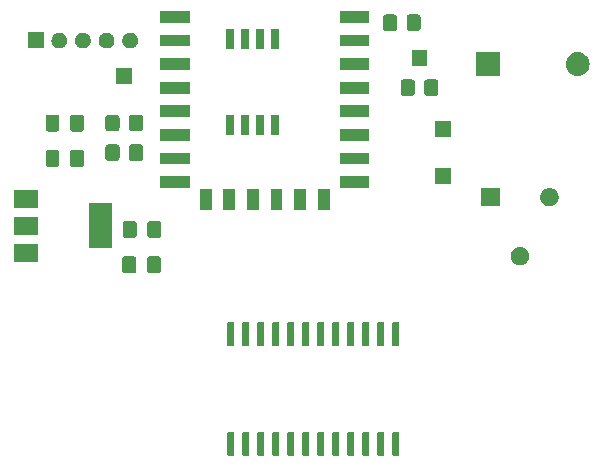
<source format=gbr>
%TF.GenerationSoftware,KiCad,Pcbnew,7.0.9*%
%TF.CreationDate,2024-01-16T21:18:43+00:00*%
%TF.ProjectId,egg-timer,6567672d-7469-46d6-9572-2e6b69636164,rev?*%
%TF.SameCoordinates,Original*%
%TF.FileFunction,Soldermask,Bot*%
%TF.FilePolarity,Negative*%
%FSLAX46Y46*%
G04 Gerber Fmt 4.6, Leading zero omitted, Abs format (unit mm)*
G04 Created by KiCad (PCBNEW 7.0.9) date 2024-01-16 21:18:43*
%MOMM*%
%LPD*%
G01*
G04 APERTURE LIST*
G04 APERTURE END LIST*
G36*
X119207403Y-113136418D02*
G01*
X119256066Y-113168934D01*
X119288582Y-113217597D01*
X119300000Y-113275000D01*
X119300000Y-115025000D01*
X119288582Y-115082403D01*
X119256066Y-115131066D01*
X119207403Y-115163582D01*
X119150000Y-115175000D01*
X118850000Y-115175000D01*
X118792597Y-115163582D01*
X118743934Y-115131066D01*
X118711418Y-115082403D01*
X118700000Y-115025000D01*
X118700000Y-113275000D01*
X118711418Y-113217597D01*
X118743934Y-113168934D01*
X118792597Y-113136418D01*
X118850000Y-113125000D01*
X119150000Y-113125000D01*
X119207403Y-113136418D01*
G37*
G36*
X120477403Y-113136418D02*
G01*
X120526066Y-113168934D01*
X120558582Y-113217597D01*
X120570000Y-113275000D01*
X120570000Y-115025000D01*
X120558582Y-115082403D01*
X120526066Y-115131066D01*
X120477403Y-115163582D01*
X120420000Y-115175000D01*
X120120000Y-115175000D01*
X120062597Y-115163582D01*
X120013934Y-115131066D01*
X119981418Y-115082403D01*
X119970000Y-115025000D01*
X119970000Y-113275000D01*
X119981418Y-113217597D01*
X120013934Y-113168934D01*
X120062597Y-113136418D01*
X120120000Y-113125000D01*
X120420000Y-113125000D01*
X120477403Y-113136418D01*
G37*
G36*
X121747403Y-113136418D02*
G01*
X121796066Y-113168934D01*
X121828582Y-113217597D01*
X121840000Y-113275000D01*
X121840000Y-115025000D01*
X121828582Y-115082403D01*
X121796066Y-115131066D01*
X121747403Y-115163582D01*
X121690000Y-115175000D01*
X121390000Y-115175000D01*
X121332597Y-115163582D01*
X121283934Y-115131066D01*
X121251418Y-115082403D01*
X121240000Y-115025000D01*
X121240000Y-113275000D01*
X121251418Y-113217597D01*
X121283934Y-113168934D01*
X121332597Y-113136418D01*
X121390000Y-113125000D01*
X121690000Y-113125000D01*
X121747403Y-113136418D01*
G37*
G36*
X123017403Y-113136418D02*
G01*
X123066066Y-113168934D01*
X123098582Y-113217597D01*
X123110000Y-113275000D01*
X123110000Y-115025000D01*
X123098582Y-115082403D01*
X123066066Y-115131066D01*
X123017403Y-115163582D01*
X122960000Y-115175000D01*
X122660000Y-115175000D01*
X122602597Y-115163582D01*
X122553934Y-115131066D01*
X122521418Y-115082403D01*
X122510000Y-115025000D01*
X122510000Y-113275000D01*
X122521418Y-113217597D01*
X122553934Y-113168934D01*
X122602597Y-113136418D01*
X122660000Y-113125000D01*
X122960000Y-113125000D01*
X123017403Y-113136418D01*
G37*
G36*
X124287403Y-113136418D02*
G01*
X124336066Y-113168934D01*
X124368582Y-113217597D01*
X124380000Y-113275000D01*
X124380000Y-115025000D01*
X124368582Y-115082403D01*
X124336066Y-115131066D01*
X124287403Y-115163582D01*
X124230000Y-115175000D01*
X123930000Y-115175000D01*
X123872597Y-115163582D01*
X123823934Y-115131066D01*
X123791418Y-115082403D01*
X123780000Y-115025000D01*
X123780000Y-113275000D01*
X123791418Y-113217597D01*
X123823934Y-113168934D01*
X123872597Y-113136418D01*
X123930000Y-113125000D01*
X124230000Y-113125000D01*
X124287403Y-113136418D01*
G37*
G36*
X125557403Y-113136418D02*
G01*
X125606066Y-113168934D01*
X125638582Y-113217597D01*
X125650000Y-113275000D01*
X125650000Y-115025000D01*
X125638582Y-115082403D01*
X125606066Y-115131066D01*
X125557403Y-115163582D01*
X125500000Y-115175000D01*
X125200000Y-115175000D01*
X125142597Y-115163582D01*
X125093934Y-115131066D01*
X125061418Y-115082403D01*
X125050000Y-115025000D01*
X125050000Y-113275000D01*
X125061418Y-113217597D01*
X125093934Y-113168934D01*
X125142597Y-113136418D01*
X125200000Y-113125000D01*
X125500000Y-113125000D01*
X125557403Y-113136418D01*
G37*
G36*
X126827403Y-113136418D02*
G01*
X126876066Y-113168934D01*
X126908582Y-113217597D01*
X126920000Y-113275000D01*
X126920000Y-115025000D01*
X126908582Y-115082403D01*
X126876066Y-115131066D01*
X126827403Y-115163582D01*
X126770000Y-115175000D01*
X126470000Y-115175000D01*
X126412597Y-115163582D01*
X126363934Y-115131066D01*
X126331418Y-115082403D01*
X126320000Y-115025000D01*
X126320000Y-113275000D01*
X126331418Y-113217597D01*
X126363934Y-113168934D01*
X126412597Y-113136418D01*
X126470000Y-113125000D01*
X126770000Y-113125000D01*
X126827403Y-113136418D01*
G37*
G36*
X128097403Y-113136418D02*
G01*
X128146066Y-113168934D01*
X128178582Y-113217597D01*
X128190000Y-113275000D01*
X128190000Y-115025000D01*
X128178582Y-115082403D01*
X128146066Y-115131066D01*
X128097403Y-115163582D01*
X128040000Y-115175000D01*
X127740000Y-115175000D01*
X127682597Y-115163582D01*
X127633934Y-115131066D01*
X127601418Y-115082403D01*
X127590000Y-115025000D01*
X127590000Y-113275000D01*
X127601418Y-113217597D01*
X127633934Y-113168934D01*
X127682597Y-113136418D01*
X127740000Y-113125000D01*
X128040000Y-113125000D01*
X128097403Y-113136418D01*
G37*
G36*
X129367403Y-113136418D02*
G01*
X129416066Y-113168934D01*
X129448582Y-113217597D01*
X129460000Y-113275000D01*
X129460000Y-115025000D01*
X129448582Y-115082403D01*
X129416066Y-115131066D01*
X129367403Y-115163582D01*
X129310000Y-115175000D01*
X129010000Y-115175000D01*
X128952597Y-115163582D01*
X128903934Y-115131066D01*
X128871418Y-115082403D01*
X128860000Y-115025000D01*
X128860000Y-113275000D01*
X128871418Y-113217597D01*
X128903934Y-113168934D01*
X128952597Y-113136418D01*
X129010000Y-113125000D01*
X129310000Y-113125000D01*
X129367403Y-113136418D01*
G37*
G36*
X130637403Y-113136418D02*
G01*
X130686066Y-113168934D01*
X130718582Y-113217597D01*
X130730000Y-113275000D01*
X130730000Y-115025000D01*
X130718582Y-115082403D01*
X130686066Y-115131066D01*
X130637403Y-115163582D01*
X130580000Y-115175000D01*
X130280000Y-115175000D01*
X130222597Y-115163582D01*
X130173934Y-115131066D01*
X130141418Y-115082403D01*
X130130000Y-115025000D01*
X130130000Y-113275000D01*
X130141418Y-113217597D01*
X130173934Y-113168934D01*
X130222597Y-113136418D01*
X130280000Y-113125000D01*
X130580000Y-113125000D01*
X130637403Y-113136418D01*
G37*
G36*
X131907403Y-113136418D02*
G01*
X131956066Y-113168934D01*
X131988582Y-113217597D01*
X132000000Y-113275000D01*
X132000000Y-115025000D01*
X131988582Y-115082403D01*
X131956066Y-115131066D01*
X131907403Y-115163582D01*
X131850000Y-115175000D01*
X131550000Y-115175000D01*
X131492597Y-115163582D01*
X131443934Y-115131066D01*
X131411418Y-115082403D01*
X131400000Y-115025000D01*
X131400000Y-113275000D01*
X131411418Y-113217597D01*
X131443934Y-113168934D01*
X131492597Y-113136418D01*
X131550000Y-113125000D01*
X131850000Y-113125000D01*
X131907403Y-113136418D01*
G37*
G36*
X133177403Y-113136418D02*
G01*
X133226066Y-113168934D01*
X133258582Y-113217597D01*
X133270000Y-113275000D01*
X133270000Y-115025000D01*
X133258582Y-115082403D01*
X133226066Y-115131066D01*
X133177403Y-115163582D01*
X133120000Y-115175000D01*
X132820000Y-115175000D01*
X132762597Y-115163582D01*
X132713934Y-115131066D01*
X132681418Y-115082403D01*
X132670000Y-115025000D01*
X132670000Y-113275000D01*
X132681418Y-113217597D01*
X132713934Y-113168934D01*
X132762597Y-113136418D01*
X132820000Y-113125000D01*
X133120000Y-113125000D01*
X133177403Y-113136418D01*
G37*
G36*
X119207403Y-103836418D02*
G01*
X119256066Y-103868934D01*
X119288582Y-103917597D01*
X119300000Y-103975000D01*
X119300000Y-105725000D01*
X119288582Y-105782403D01*
X119256066Y-105831066D01*
X119207403Y-105863582D01*
X119150000Y-105875000D01*
X118850000Y-105875000D01*
X118792597Y-105863582D01*
X118743934Y-105831066D01*
X118711418Y-105782403D01*
X118700000Y-105725000D01*
X118700000Y-103975000D01*
X118711418Y-103917597D01*
X118743934Y-103868934D01*
X118792597Y-103836418D01*
X118850000Y-103825000D01*
X119150000Y-103825000D01*
X119207403Y-103836418D01*
G37*
G36*
X120477403Y-103836418D02*
G01*
X120526066Y-103868934D01*
X120558582Y-103917597D01*
X120570000Y-103975000D01*
X120570000Y-105725000D01*
X120558582Y-105782403D01*
X120526066Y-105831066D01*
X120477403Y-105863582D01*
X120420000Y-105875000D01*
X120120000Y-105875000D01*
X120062597Y-105863582D01*
X120013934Y-105831066D01*
X119981418Y-105782403D01*
X119970000Y-105725000D01*
X119970000Y-103975000D01*
X119981418Y-103917597D01*
X120013934Y-103868934D01*
X120062597Y-103836418D01*
X120120000Y-103825000D01*
X120420000Y-103825000D01*
X120477403Y-103836418D01*
G37*
G36*
X121747403Y-103836418D02*
G01*
X121796066Y-103868934D01*
X121828582Y-103917597D01*
X121840000Y-103975000D01*
X121840000Y-105725000D01*
X121828582Y-105782403D01*
X121796066Y-105831066D01*
X121747403Y-105863582D01*
X121690000Y-105875000D01*
X121390000Y-105875000D01*
X121332597Y-105863582D01*
X121283934Y-105831066D01*
X121251418Y-105782403D01*
X121240000Y-105725000D01*
X121240000Y-103975000D01*
X121251418Y-103917597D01*
X121283934Y-103868934D01*
X121332597Y-103836418D01*
X121390000Y-103825000D01*
X121690000Y-103825000D01*
X121747403Y-103836418D01*
G37*
G36*
X123017403Y-103836418D02*
G01*
X123066066Y-103868934D01*
X123098582Y-103917597D01*
X123110000Y-103975000D01*
X123110000Y-105725000D01*
X123098582Y-105782403D01*
X123066066Y-105831066D01*
X123017403Y-105863582D01*
X122960000Y-105875000D01*
X122660000Y-105875000D01*
X122602597Y-105863582D01*
X122553934Y-105831066D01*
X122521418Y-105782403D01*
X122510000Y-105725000D01*
X122510000Y-103975000D01*
X122521418Y-103917597D01*
X122553934Y-103868934D01*
X122602597Y-103836418D01*
X122660000Y-103825000D01*
X122960000Y-103825000D01*
X123017403Y-103836418D01*
G37*
G36*
X124287403Y-103836418D02*
G01*
X124336066Y-103868934D01*
X124368582Y-103917597D01*
X124380000Y-103975000D01*
X124380000Y-105725000D01*
X124368582Y-105782403D01*
X124336066Y-105831066D01*
X124287403Y-105863582D01*
X124230000Y-105875000D01*
X123930000Y-105875000D01*
X123872597Y-105863582D01*
X123823934Y-105831066D01*
X123791418Y-105782403D01*
X123780000Y-105725000D01*
X123780000Y-103975000D01*
X123791418Y-103917597D01*
X123823934Y-103868934D01*
X123872597Y-103836418D01*
X123930000Y-103825000D01*
X124230000Y-103825000D01*
X124287403Y-103836418D01*
G37*
G36*
X125557403Y-103836418D02*
G01*
X125606066Y-103868934D01*
X125638582Y-103917597D01*
X125650000Y-103975000D01*
X125650000Y-105725000D01*
X125638582Y-105782403D01*
X125606066Y-105831066D01*
X125557403Y-105863582D01*
X125500000Y-105875000D01*
X125200000Y-105875000D01*
X125142597Y-105863582D01*
X125093934Y-105831066D01*
X125061418Y-105782403D01*
X125050000Y-105725000D01*
X125050000Y-103975000D01*
X125061418Y-103917597D01*
X125093934Y-103868934D01*
X125142597Y-103836418D01*
X125200000Y-103825000D01*
X125500000Y-103825000D01*
X125557403Y-103836418D01*
G37*
G36*
X126827403Y-103836418D02*
G01*
X126876066Y-103868934D01*
X126908582Y-103917597D01*
X126920000Y-103975000D01*
X126920000Y-105725000D01*
X126908582Y-105782403D01*
X126876066Y-105831066D01*
X126827403Y-105863582D01*
X126770000Y-105875000D01*
X126470000Y-105875000D01*
X126412597Y-105863582D01*
X126363934Y-105831066D01*
X126331418Y-105782403D01*
X126320000Y-105725000D01*
X126320000Y-103975000D01*
X126331418Y-103917597D01*
X126363934Y-103868934D01*
X126412597Y-103836418D01*
X126470000Y-103825000D01*
X126770000Y-103825000D01*
X126827403Y-103836418D01*
G37*
G36*
X128097403Y-103836418D02*
G01*
X128146066Y-103868934D01*
X128178582Y-103917597D01*
X128190000Y-103975000D01*
X128190000Y-105725000D01*
X128178582Y-105782403D01*
X128146066Y-105831066D01*
X128097403Y-105863582D01*
X128040000Y-105875000D01*
X127740000Y-105875000D01*
X127682597Y-105863582D01*
X127633934Y-105831066D01*
X127601418Y-105782403D01*
X127590000Y-105725000D01*
X127590000Y-103975000D01*
X127601418Y-103917597D01*
X127633934Y-103868934D01*
X127682597Y-103836418D01*
X127740000Y-103825000D01*
X128040000Y-103825000D01*
X128097403Y-103836418D01*
G37*
G36*
X129367403Y-103836418D02*
G01*
X129416066Y-103868934D01*
X129448582Y-103917597D01*
X129460000Y-103975000D01*
X129460000Y-105725000D01*
X129448582Y-105782403D01*
X129416066Y-105831066D01*
X129367403Y-105863582D01*
X129310000Y-105875000D01*
X129010000Y-105875000D01*
X128952597Y-105863582D01*
X128903934Y-105831066D01*
X128871418Y-105782403D01*
X128860000Y-105725000D01*
X128860000Y-103975000D01*
X128871418Y-103917597D01*
X128903934Y-103868934D01*
X128952597Y-103836418D01*
X129010000Y-103825000D01*
X129310000Y-103825000D01*
X129367403Y-103836418D01*
G37*
G36*
X130637403Y-103836418D02*
G01*
X130686066Y-103868934D01*
X130718582Y-103917597D01*
X130730000Y-103975000D01*
X130730000Y-105725000D01*
X130718582Y-105782403D01*
X130686066Y-105831066D01*
X130637403Y-105863582D01*
X130580000Y-105875000D01*
X130280000Y-105875000D01*
X130222597Y-105863582D01*
X130173934Y-105831066D01*
X130141418Y-105782403D01*
X130130000Y-105725000D01*
X130130000Y-103975000D01*
X130141418Y-103917597D01*
X130173934Y-103868934D01*
X130222597Y-103836418D01*
X130280000Y-103825000D01*
X130580000Y-103825000D01*
X130637403Y-103836418D01*
G37*
G36*
X131907403Y-103836418D02*
G01*
X131956066Y-103868934D01*
X131988582Y-103917597D01*
X132000000Y-103975000D01*
X132000000Y-105725000D01*
X131988582Y-105782403D01*
X131956066Y-105831066D01*
X131907403Y-105863582D01*
X131850000Y-105875000D01*
X131550000Y-105875000D01*
X131492597Y-105863582D01*
X131443934Y-105831066D01*
X131411418Y-105782403D01*
X131400000Y-105725000D01*
X131400000Y-103975000D01*
X131411418Y-103917597D01*
X131443934Y-103868934D01*
X131492597Y-103836418D01*
X131550000Y-103825000D01*
X131850000Y-103825000D01*
X131907403Y-103836418D01*
G37*
G36*
X133177403Y-103836418D02*
G01*
X133226066Y-103868934D01*
X133258582Y-103917597D01*
X133270000Y-103975000D01*
X133270000Y-105725000D01*
X133258582Y-105782403D01*
X133226066Y-105831066D01*
X133177403Y-105863582D01*
X133120000Y-105875000D01*
X132820000Y-105875000D01*
X132762597Y-105863582D01*
X132713934Y-105831066D01*
X132681418Y-105782403D01*
X132670000Y-105725000D01*
X132670000Y-103975000D01*
X132681418Y-103917597D01*
X132713934Y-103868934D01*
X132762597Y-103836418D01*
X132820000Y-103825000D01*
X133120000Y-103825000D01*
X133177403Y-103836418D01*
G37*
G36*
X110767350Y-98275964D02*
G01*
X110817540Y-98281787D01*
X110834689Y-98289359D01*
X110858171Y-98294030D01*
X110883310Y-98310827D01*
X110903196Y-98319608D01*
X110916777Y-98333189D01*
X110939277Y-98348223D01*
X110954310Y-98370722D01*
X110967891Y-98384303D01*
X110976670Y-98404186D01*
X110993470Y-98429329D01*
X110998141Y-98452812D01*
X111005712Y-98469959D01*
X111011533Y-98520139D01*
X111012500Y-98525000D01*
X111012500Y-99475000D01*
X111011532Y-99479863D01*
X111005712Y-99530040D01*
X110998141Y-99547185D01*
X110993470Y-99570671D01*
X110976669Y-99595815D01*
X110967891Y-99615696D01*
X110954312Y-99629274D01*
X110939277Y-99651777D01*
X110916774Y-99666812D01*
X110903196Y-99680391D01*
X110883315Y-99689169D01*
X110858171Y-99705970D01*
X110834685Y-99710641D01*
X110817540Y-99718212D01*
X110767361Y-99724032D01*
X110762500Y-99725000D01*
X110087500Y-99725000D01*
X110082638Y-99724032D01*
X110032459Y-99718212D01*
X110015312Y-99710641D01*
X109991829Y-99705970D01*
X109966686Y-99689170D01*
X109946803Y-99680391D01*
X109933222Y-99666810D01*
X109910723Y-99651777D01*
X109895689Y-99629277D01*
X109882108Y-99615696D01*
X109873327Y-99595810D01*
X109856530Y-99570671D01*
X109851859Y-99547189D01*
X109844287Y-99530040D01*
X109838464Y-99479849D01*
X109837500Y-99475000D01*
X109837500Y-98525000D01*
X109838464Y-98520150D01*
X109844287Y-98469959D01*
X109851859Y-98452808D01*
X109856530Y-98429329D01*
X109873326Y-98404191D01*
X109882108Y-98384303D01*
X109895691Y-98370719D01*
X109910723Y-98348223D01*
X109933219Y-98333191D01*
X109946803Y-98319608D01*
X109966691Y-98310826D01*
X109991829Y-98294030D01*
X110015308Y-98289359D01*
X110032459Y-98281787D01*
X110082651Y-98275964D01*
X110087500Y-98275000D01*
X110762500Y-98275000D01*
X110767350Y-98275964D01*
G37*
G36*
X112842350Y-98275964D02*
G01*
X112892540Y-98281787D01*
X112909689Y-98289359D01*
X112933171Y-98294030D01*
X112958310Y-98310827D01*
X112978196Y-98319608D01*
X112991777Y-98333189D01*
X113014277Y-98348223D01*
X113029310Y-98370722D01*
X113042891Y-98384303D01*
X113051670Y-98404186D01*
X113068470Y-98429329D01*
X113073141Y-98452812D01*
X113080712Y-98469959D01*
X113086533Y-98520139D01*
X113087500Y-98525000D01*
X113087500Y-99475000D01*
X113086532Y-99479863D01*
X113080712Y-99530040D01*
X113073141Y-99547185D01*
X113068470Y-99570671D01*
X113051669Y-99595815D01*
X113042891Y-99615696D01*
X113029312Y-99629274D01*
X113014277Y-99651777D01*
X112991774Y-99666812D01*
X112978196Y-99680391D01*
X112958315Y-99689169D01*
X112933171Y-99705970D01*
X112909685Y-99710641D01*
X112892540Y-99718212D01*
X112842361Y-99724032D01*
X112837500Y-99725000D01*
X112162500Y-99725000D01*
X112157638Y-99724032D01*
X112107459Y-99718212D01*
X112090312Y-99710641D01*
X112066829Y-99705970D01*
X112041686Y-99689170D01*
X112021803Y-99680391D01*
X112008222Y-99666810D01*
X111985723Y-99651777D01*
X111970689Y-99629277D01*
X111957108Y-99615696D01*
X111948327Y-99595810D01*
X111931530Y-99570671D01*
X111926859Y-99547189D01*
X111919287Y-99530040D01*
X111913464Y-99479849D01*
X111912500Y-99475000D01*
X111912500Y-98525000D01*
X111913464Y-98520150D01*
X111919287Y-98469959D01*
X111926859Y-98452808D01*
X111931530Y-98429329D01*
X111948326Y-98404191D01*
X111957108Y-98384303D01*
X111970691Y-98370719D01*
X111985723Y-98348223D01*
X112008219Y-98333191D01*
X112021803Y-98319608D01*
X112041691Y-98310826D01*
X112066829Y-98294030D01*
X112090308Y-98289359D01*
X112107459Y-98281787D01*
X112157651Y-98275964D01*
X112162500Y-98275000D01*
X112837500Y-98275000D01*
X112842350Y-98275964D01*
G37*
G36*
X143540844Y-97484602D02*
G01*
X143581498Y-97484602D01*
X143627359Y-97494349D01*
X143673566Y-97499556D01*
X143707161Y-97511311D01*
X143740930Y-97518489D01*
X143789594Y-97540155D01*
X143838429Y-97557244D01*
X143863851Y-97573217D01*
X143889838Y-97584788D01*
X143938290Y-97619990D01*
X143986322Y-97650171D01*
X144003571Y-97667420D01*
X144021699Y-97680591D01*
X144066513Y-97730362D01*
X144109829Y-97773678D01*
X144119792Y-97789534D01*
X144130765Y-97801721D01*
X144168307Y-97866746D01*
X144202756Y-97921571D01*
X144207056Y-97933861D01*
X144212264Y-97942881D01*
X144238934Y-98024961D01*
X144260444Y-98086434D01*
X144261259Y-98093671D01*
X144262632Y-98097896D01*
X144275075Y-98216290D01*
X144280000Y-98260000D01*
X144275074Y-98303713D01*
X144262632Y-98422103D01*
X144261259Y-98426326D01*
X144260444Y-98433566D01*
X144238929Y-98495051D01*
X144212264Y-98577118D01*
X144207057Y-98586135D01*
X144202756Y-98598429D01*
X144168300Y-98653264D01*
X144130765Y-98718278D01*
X144119794Y-98730462D01*
X144109829Y-98746322D01*
X144066504Y-98789646D01*
X144021699Y-98839408D01*
X144003575Y-98852575D01*
X143986322Y-98869829D01*
X143938280Y-98900015D01*
X143889838Y-98935211D01*
X143863856Y-98946778D01*
X143838429Y-98962756D01*
X143789583Y-98979847D01*
X143740930Y-99001510D01*
X143707167Y-99008686D01*
X143673566Y-99020444D01*
X143627357Y-99025650D01*
X143581498Y-99035398D01*
X143540844Y-99035398D01*
X143500000Y-99040000D01*
X143459156Y-99035398D01*
X143418502Y-99035398D01*
X143372642Y-99025650D01*
X143326434Y-99020444D01*
X143292833Y-99008686D01*
X143259069Y-99001510D01*
X143210411Y-98979846D01*
X143161571Y-98962756D01*
X143136145Y-98946780D01*
X143110161Y-98935211D01*
X143061712Y-98900010D01*
X143013678Y-98869829D01*
X142996427Y-98852578D01*
X142978300Y-98839408D01*
X142933485Y-98789636D01*
X142890171Y-98746322D01*
X142880207Y-98730465D01*
X142869234Y-98718278D01*
X142831687Y-98653245D01*
X142797244Y-98598429D01*
X142792943Y-98586140D01*
X142787735Y-98577118D01*
X142761056Y-98495011D01*
X142739556Y-98433566D01*
X142738740Y-98426331D01*
X142737367Y-98422103D01*
X142724910Y-98303581D01*
X142720000Y-98260000D01*
X142724910Y-98216422D01*
X142737367Y-98097896D01*
X142738741Y-98093667D01*
X142739556Y-98086434D01*
X142761051Y-98025001D01*
X142787735Y-97942881D01*
X142792944Y-97933857D01*
X142797244Y-97921571D01*
X142831680Y-97866765D01*
X142869234Y-97801721D01*
X142880209Y-97789530D01*
X142890171Y-97773678D01*
X142933476Y-97730372D01*
X142978300Y-97680591D01*
X142996430Y-97667418D01*
X143013678Y-97650171D01*
X143061707Y-97619992D01*
X143110162Y-97584788D01*
X143136148Y-97573217D01*
X143161571Y-97557244D01*
X143210405Y-97540155D01*
X143259070Y-97518489D01*
X143292838Y-97511311D01*
X143326434Y-97499556D01*
X143372640Y-97494349D01*
X143418502Y-97484602D01*
X143459156Y-97484602D01*
X143500000Y-97480000D01*
X143540844Y-97484602D01*
G37*
G36*
X102700000Y-98750000D02*
G01*
X100700000Y-98750000D01*
X100700000Y-97250000D01*
X102700000Y-97250000D01*
X102700000Y-98750000D01*
G37*
G36*
X109000000Y-97600000D02*
G01*
X107000000Y-97600000D01*
X107000000Y-93800000D01*
X109000000Y-93800000D01*
X109000000Y-97600000D01*
G37*
G36*
X110804850Y-95275964D02*
G01*
X110855040Y-95281787D01*
X110872189Y-95289359D01*
X110895671Y-95294030D01*
X110920810Y-95310827D01*
X110940696Y-95319608D01*
X110954277Y-95333189D01*
X110976777Y-95348223D01*
X110991810Y-95370722D01*
X111005391Y-95384303D01*
X111014170Y-95404186D01*
X111030970Y-95429329D01*
X111035641Y-95452812D01*
X111043212Y-95469959D01*
X111049033Y-95520139D01*
X111050000Y-95525000D01*
X111050000Y-96475000D01*
X111049032Y-96479863D01*
X111043212Y-96530040D01*
X111035641Y-96547185D01*
X111030970Y-96570671D01*
X111014169Y-96595815D01*
X111005391Y-96615696D01*
X110991812Y-96629274D01*
X110976777Y-96651777D01*
X110954274Y-96666812D01*
X110940696Y-96680391D01*
X110920815Y-96689169D01*
X110895671Y-96705970D01*
X110872185Y-96710641D01*
X110855040Y-96718212D01*
X110804861Y-96724032D01*
X110800000Y-96725000D01*
X110125000Y-96725000D01*
X110120138Y-96724032D01*
X110069959Y-96718212D01*
X110052812Y-96710641D01*
X110029329Y-96705970D01*
X110004186Y-96689170D01*
X109984303Y-96680391D01*
X109970722Y-96666810D01*
X109948223Y-96651777D01*
X109933189Y-96629277D01*
X109919608Y-96615696D01*
X109910827Y-96595810D01*
X109894030Y-96570671D01*
X109889359Y-96547189D01*
X109881787Y-96530040D01*
X109875964Y-96479849D01*
X109875000Y-96475000D01*
X109875000Y-95525000D01*
X109875964Y-95520150D01*
X109881787Y-95469959D01*
X109889359Y-95452808D01*
X109894030Y-95429329D01*
X109910826Y-95404191D01*
X109919608Y-95384303D01*
X109933191Y-95370719D01*
X109948223Y-95348223D01*
X109970719Y-95333191D01*
X109984303Y-95319608D01*
X110004191Y-95310826D01*
X110029329Y-95294030D01*
X110052808Y-95289359D01*
X110069959Y-95281787D01*
X110120151Y-95275964D01*
X110125000Y-95275000D01*
X110800000Y-95275000D01*
X110804850Y-95275964D01*
G37*
G36*
X112879850Y-95275964D02*
G01*
X112930040Y-95281787D01*
X112947189Y-95289359D01*
X112970671Y-95294030D01*
X112995810Y-95310827D01*
X113015696Y-95319608D01*
X113029277Y-95333189D01*
X113051777Y-95348223D01*
X113066810Y-95370722D01*
X113080391Y-95384303D01*
X113089170Y-95404186D01*
X113105970Y-95429329D01*
X113110641Y-95452812D01*
X113118212Y-95469959D01*
X113124033Y-95520139D01*
X113125000Y-95525000D01*
X113125000Y-96475000D01*
X113124032Y-96479863D01*
X113118212Y-96530040D01*
X113110641Y-96547185D01*
X113105970Y-96570671D01*
X113089169Y-96595815D01*
X113080391Y-96615696D01*
X113066812Y-96629274D01*
X113051777Y-96651777D01*
X113029274Y-96666812D01*
X113015696Y-96680391D01*
X112995815Y-96689169D01*
X112970671Y-96705970D01*
X112947185Y-96710641D01*
X112930040Y-96718212D01*
X112879861Y-96724032D01*
X112875000Y-96725000D01*
X112200000Y-96725000D01*
X112195138Y-96724032D01*
X112144959Y-96718212D01*
X112127812Y-96710641D01*
X112104329Y-96705970D01*
X112079186Y-96689170D01*
X112059303Y-96680391D01*
X112045722Y-96666810D01*
X112023223Y-96651777D01*
X112008189Y-96629277D01*
X111994608Y-96615696D01*
X111985827Y-96595810D01*
X111969030Y-96570671D01*
X111964359Y-96547189D01*
X111956787Y-96530040D01*
X111950964Y-96479849D01*
X111950000Y-96475000D01*
X111950000Y-95525000D01*
X111950964Y-95520150D01*
X111956787Y-95469959D01*
X111964359Y-95452808D01*
X111969030Y-95429329D01*
X111985826Y-95404191D01*
X111994608Y-95384303D01*
X112008191Y-95370719D01*
X112023223Y-95348223D01*
X112045719Y-95333191D01*
X112059303Y-95319608D01*
X112079191Y-95310826D01*
X112104329Y-95294030D01*
X112127808Y-95289359D01*
X112144959Y-95281787D01*
X112195151Y-95275964D01*
X112200000Y-95275000D01*
X112875000Y-95275000D01*
X112879850Y-95275964D01*
G37*
G36*
X102700000Y-96450000D02*
G01*
X100700000Y-96450000D01*
X100700000Y-94950000D01*
X102700000Y-94950000D01*
X102700000Y-96450000D01*
G37*
G36*
X117400000Y-94400000D02*
G01*
X116400000Y-94400000D01*
X116400000Y-92600000D01*
X117400000Y-92600000D01*
X117400000Y-94400000D01*
G37*
G36*
X119400000Y-94400000D02*
G01*
X118400000Y-94400000D01*
X118400000Y-92600000D01*
X119400000Y-92600000D01*
X119400000Y-94400000D01*
G37*
G36*
X121400000Y-94400000D02*
G01*
X120400000Y-94400000D01*
X120400000Y-92600000D01*
X121400000Y-92600000D01*
X121400000Y-94400000D01*
G37*
G36*
X123400000Y-94400000D02*
G01*
X122400000Y-94400000D01*
X122400000Y-92600000D01*
X123400000Y-92600000D01*
X123400000Y-94400000D01*
G37*
G36*
X125400000Y-94400000D02*
G01*
X124400000Y-94400000D01*
X124400000Y-92600000D01*
X125400000Y-92600000D01*
X125400000Y-94400000D01*
G37*
G36*
X127400000Y-94400000D02*
G01*
X126400000Y-94400000D01*
X126400000Y-92600000D01*
X127400000Y-92600000D01*
X127400000Y-94400000D01*
G37*
G36*
X102700000Y-94150000D02*
G01*
X100700000Y-94150000D01*
X100700000Y-92650000D01*
X102700000Y-92650000D01*
X102700000Y-94150000D01*
G37*
G36*
X141780000Y-94040000D02*
G01*
X140220000Y-94040000D01*
X140220000Y-92480000D01*
X141780000Y-92480000D01*
X141780000Y-94040000D01*
G37*
G36*
X146040844Y-92484602D02*
G01*
X146081498Y-92484602D01*
X146127359Y-92494349D01*
X146173566Y-92499556D01*
X146207161Y-92511311D01*
X146240930Y-92518489D01*
X146289594Y-92540155D01*
X146338429Y-92557244D01*
X146363851Y-92573217D01*
X146389838Y-92584788D01*
X146438290Y-92619990D01*
X146486322Y-92650171D01*
X146503571Y-92667420D01*
X146521699Y-92680591D01*
X146566513Y-92730362D01*
X146609829Y-92773678D01*
X146619792Y-92789534D01*
X146630765Y-92801721D01*
X146668307Y-92866746D01*
X146702756Y-92921571D01*
X146707056Y-92933861D01*
X146712264Y-92942881D01*
X146738934Y-93024961D01*
X146760444Y-93086434D01*
X146761259Y-93093671D01*
X146762632Y-93097896D01*
X146775075Y-93216290D01*
X146780000Y-93260000D01*
X146775074Y-93303713D01*
X146762632Y-93422103D01*
X146761259Y-93426326D01*
X146760444Y-93433566D01*
X146738929Y-93495051D01*
X146712264Y-93577118D01*
X146707057Y-93586135D01*
X146702756Y-93598429D01*
X146668300Y-93653264D01*
X146630765Y-93718278D01*
X146619794Y-93730462D01*
X146609829Y-93746322D01*
X146566504Y-93789646D01*
X146521699Y-93839408D01*
X146503575Y-93852575D01*
X146486322Y-93869829D01*
X146438280Y-93900015D01*
X146389838Y-93935211D01*
X146363856Y-93946778D01*
X146338429Y-93962756D01*
X146289583Y-93979847D01*
X146240930Y-94001510D01*
X146207167Y-94008686D01*
X146173566Y-94020444D01*
X146127357Y-94025650D01*
X146081498Y-94035398D01*
X146040844Y-94035398D01*
X146000000Y-94040000D01*
X145959156Y-94035398D01*
X145918502Y-94035398D01*
X145872642Y-94025650D01*
X145826434Y-94020444D01*
X145792833Y-94008686D01*
X145759069Y-94001510D01*
X145710411Y-93979846D01*
X145661571Y-93962756D01*
X145636145Y-93946780D01*
X145610161Y-93935211D01*
X145561712Y-93900010D01*
X145513678Y-93869829D01*
X145496427Y-93852578D01*
X145478300Y-93839408D01*
X145433485Y-93789636D01*
X145390171Y-93746322D01*
X145380207Y-93730465D01*
X145369234Y-93718278D01*
X145331687Y-93653245D01*
X145297244Y-93598429D01*
X145292943Y-93586140D01*
X145287735Y-93577118D01*
X145261056Y-93495011D01*
X145239556Y-93433566D01*
X145238740Y-93426331D01*
X145237367Y-93422103D01*
X145224910Y-93303581D01*
X145220000Y-93260000D01*
X145224910Y-93216422D01*
X145237367Y-93097896D01*
X145238741Y-93093667D01*
X145239556Y-93086434D01*
X145261051Y-93025001D01*
X145287735Y-92942881D01*
X145292944Y-92933857D01*
X145297244Y-92921571D01*
X145331680Y-92866765D01*
X145369234Y-92801721D01*
X145380209Y-92789530D01*
X145390171Y-92773678D01*
X145433476Y-92730372D01*
X145478300Y-92680591D01*
X145496430Y-92667418D01*
X145513678Y-92650171D01*
X145561707Y-92619992D01*
X145610162Y-92584788D01*
X145636148Y-92573217D01*
X145661571Y-92557244D01*
X145710405Y-92540155D01*
X145759070Y-92518489D01*
X145792838Y-92511311D01*
X145826434Y-92499556D01*
X145872640Y-92494349D01*
X145918502Y-92484602D01*
X145959156Y-92484602D01*
X146000000Y-92480000D01*
X146040844Y-92484602D01*
G37*
G36*
X115550000Y-92500000D02*
G01*
X113050000Y-92500000D01*
X113050000Y-91500000D01*
X115550000Y-91500000D01*
X115550000Y-92500000D01*
G37*
G36*
X130750000Y-92500000D02*
G01*
X128250000Y-92500000D01*
X128250000Y-91500000D01*
X130750000Y-91500000D01*
X130750000Y-92500000D01*
G37*
G36*
X137675000Y-92175000D02*
G01*
X136325000Y-92175000D01*
X136325000Y-90825000D01*
X137675000Y-90825000D01*
X137675000Y-92175000D01*
G37*
G36*
X104267350Y-89275964D02*
G01*
X104317540Y-89281787D01*
X104334689Y-89289359D01*
X104358171Y-89294030D01*
X104383310Y-89310827D01*
X104403196Y-89319608D01*
X104416777Y-89333189D01*
X104439277Y-89348223D01*
X104454310Y-89370722D01*
X104467891Y-89384303D01*
X104476670Y-89404186D01*
X104493470Y-89429329D01*
X104498141Y-89452812D01*
X104505712Y-89469959D01*
X104511533Y-89520139D01*
X104512500Y-89525000D01*
X104512500Y-90475000D01*
X104511532Y-90479863D01*
X104505712Y-90530040D01*
X104498141Y-90547185D01*
X104493470Y-90570671D01*
X104476669Y-90595815D01*
X104467891Y-90615696D01*
X104454312Y-90629274D01*
X104439277Y-90651777D01*
X104416774Y-90666812D01*
X104403196Y-90680391D01*
X104383315Y-90689169D01*
X104358171Y-90705970D01*
X104334685Y-90710641D01*
X104317540Y-90718212D01*
X104267361Y-90724032D01*
X104262500Y-90725000D01*
X103587500Y-90725000D01*
X103582638Y-90724032D01*
X103532459Y-90718212D01*
X103515312Y-90710641D01*
X103491829Y-90705970D01*
X103466686Y-90689170D01*
X103446803Y-90680391D01*
X103433222Y-90666810D01*
X103410723Y-90651777D01*
X103395689Y-90629277D01*
X103382108Y-90615696D01*
X103373327Y-90595810D01*
X103356530Y-90570671D01*
X103351859Y-90547189D01*
X103344287Y-90530040D01*
X103338464Y-90479849D01*
X103337500Y-90475000D01*
X103337500Y-89525000D01*
X103338464Y-89520150D01*
X103344287Y-89469959D01*
X103351859Y-89452808D01*
X103356530Y-89429329D01*
X103373326Y-89404191D01*
X103382108Y-89384303D01*
X103395691Y-89370719D01*
X103410723Y-89348223D01*
X103433219Y-89333191D01*
X103446803Y-89319608D01*
X103466691Y-89310826D01*
X103491829Y-89294030D01*
X103515308Y-89289359D01*
X103532459Y-89281787D01*
X103582651Y-89275964D01*
X103587500Y-89275000D01*
X104262500Y-89275000D01*
X104267350Y-89275964D01*
G37*
G36*
X106342350Y-89275964D02*
G01*
X106392540Y-89281787D01*
X106409689Y-89289359D01*
X106433171Y-89294030D01*
X106458310Y-89310827D01*
X106478196Y-89319608D01*
X106491777Y-89333189D01*
X106514277Y-89348223D01*
X106529310Y-89370722D01*
X106542891Y-89384303D01*
X106551670Y-89404186D01*
X106568470Y-89429329D01*
X106573141Y-89452812D01*
X106580712Y-89469959D01*
X106586533Y-89520139D01*
X106587500Y-89525000D01*
X106587500Y-90475000D01*
X106586532Y-90479863D01*
X106580712Y-90530040D01*
X106573141Y-90547185D01*
X106568470Y-90570671D01*
X106551669Y-90595815D01*
X106542891Y-90615696D01*
X106529312Y-90629274D01*
X106514277Y-90651777D01*
X106491774Y-90666812D01*
X106478196Y-90680391D01*
X106458315Y-90689169D01*
X106433171Y-90705970D01*
X106409685Y-90710641D01*
X106392540Y-90718212D01*
X106342361Y-90724032D01*
X106337500Y-90725000D01*
X105662500Y-90725000D01*
X105657638Y-90724032D01*
X105607459Y-90718212D01*
X105590312Y-90710641D01*
X105566829Y-90705970D01*
X105541686Y-90689170D01*
X105521803Y-90680391D01*
X105508222Y-90666810D01*
X105485723Y-90651777D01*
X105470689Y-90629277D01*
X105457108Y-90615696D01*
X105448327Y-90595810D01*
X105431530Y-90570671D01*
X105426859Y-90547189D01*
X105419287Y-90530040D01*
X105413464Y-90479849D01*
X105412500Y-90475000D01*
X105412500Y-89525000D01*
X105413464Y-89520150D01*
X105419287Y-89469959D01*
X105426859Y-89452808D01*
X105431530Y-89429329D01*
X105448326Y-89404191D01*
X105457108Y-89384303D01*
X105470691Y-89370719D01*
X105485723Y-89348223D01*
X105508219Y-89333191D01*
X105521803Y-89319608D01*
X105541691Y-89310826D01*
X105566829Y-89294030D01*
X105590308Y-89289359D01*
X105607459Y-89281787D01*
X105657651Y-89275964D01*
X105662500Y-89275000D01*
X106337500Y-89275000D01*
X106342350Y-89275964D01*
G37*
G36*
X115550000Y-90500000D02*
G01*
X113050000Y-90500000D01*
X113050000Y-89500000D01*
X115550000Y-89500000D01*
X115550000Y-90500000D01*
G37*
G36*
X130750000Y-90500000D02*
G01*
X128250000Y-90500000D01*
X128250000Y-89500000D01*
X130750000Y-89500000D01*
X130750000Y-90500000D01*
G37*
G36*
X109354850Y-88800964D02*
G01*
X109405040Y-88806787D01*
X109422189Y-88814359D01*
X109445671Y-88819030D01*
X109470810Y-88835827D01*
X109490696Y-88844608D01*
X109504277Y-88858189D01*
X109526777Y-88873223D01*
X109541810Y-88895722D01*
X109555391Y-88909303D01*
X109564170Y-88929186D01*
X109580970Y-88954329D01*
X109585641Y-88977812D01*
X109593212Y-88994959D01*
X109599033Y-89045139D01*
X109600000Y-89050000D01*
X109600000Y-89950000D01*
X109599032Y-89954863D01*
X109593212Y-90005040D01*
X109585641Y-90022185D01*
X109580970Y-90045671D01*
X109564169Y-90070815D01*
X109555391Y-90090696D01*
X109541812Y-90104274D01*
X109526777Y-90126777D01*
X109504274Y-90141812D01*
X109490696Y-90155391D01*
X109470815Y-90164169D01*
X109445671Y-90180970D01*
X109422185Y-90185641D01*
X109405040Y-90193212D01*
X109354861Y-90199032D01*
X109350000Y-90200000D01*
X108650000Y-90200000D01*
X108645138Y-90199032D01*
X108594959Y-90193212D01*
X108577812Y-90185641D01*
X108554329Y-90180970D01*
X108529186Y-90164170D01*
X108509303Y-90155391D01*
X108495722Y-90141810D01*
X108473223Y-90126777D01*
X108458189Y-90104277D01*
X108444608Y-90090696D01*
X108435827Y-90070810D01*
X108419030Y-90045671D01*
X108414359Y-90022189D01*
X108406787Y-90005040D01*
X108400964Y-89954849D01*
X108400000Y-89950000D01*
X108400000Y-89050000D01*
X108400964Y-89045150D01*
X108406787Y-88994959D01*
X108414359Y-88977808D01*
X108419030Y-88954329D01*
X108435826Y-88929191D01*
X108444608Y-88909303D01*
X108458191Y-88895719D01*
X108473223Y-88873223D01*
X108495719Y-88858191D01*
X108509303Y-88844608D01*
X108529191Y-88835826D01*
X108554329Y-88819030D01*
X108577808Y-88814359D01*
X108594959Y-88806787D01*
X108645151Y-88800964D01*
X108650000Y-88800000D01*
X109350000Y-88800000D01*
X109354850Y-88800964D01*
G37*
G36*
X111354850Y-88800964D02*
G01*
X111405040Y-88806787D01*
X111422189Y-88814359D01*
X111445671Y-88819030D01*
X111470810Y-88835827D01*
X111490696Y-88844608D01*
X111504277Y-88858189D01*
X111526777Y-88873223D01*
X111541810Y-88895722D01*
X111555391Y-88909303D01*
X111564170Y-88929186D01*
X111580970Y-88954329D01*
X111585641Y-88977812D01*
X111593212Y-88994959D01*
X111599033Y-89045139D01*
X111600000Y-89050000D01*
X111600000Y-89950000D01*
X111599032Y-89954863D01*
X111593212Y-90005040D01*
X111585641Y-90022185D01*
X111580970Y-90045671D01*
X111564169Y-90070815D01*
X111555391Y-90090696D01*
X111541812Y-90104274D01*
X111526777Y-90126777D01*
X111504274Y-90141812D01*
X111490696Y-90155391D01*
X111470815Y-90164169D01*
X111445671Y-90180970D01*
X111422185Y-90185641D01*
X111405040Y-90193212D01*
X111354861Y-90199032D01*
X111350000Y-90200000D01*
X110650000Y-90200000D01*
X110645138Y-90199032D01*
X110594959Y-90193212D01*
X110577812Y-90185641D01*
X110554329Y-90180970D01*
X110529186Y-90164170D01*
X110509303Y-90155391D01*
X110495722Y-90141810D01*
X110473223Y-90126777D01*
X110458189Y-90104277D01*
X110444608Y-90090696D01*
X110435827Y-90070810D01*
X110419030Y-90045671D01*
X110414359Y-90022189D01*
X110406787Y-90005040D01*
X110400964Y-89954849D01*
X110400000Y-89950000D01*
X110400000Y-89050000D01*
X110400964Y-89045150D01*
X110406787Y-88994959D01*
X110414359Y-88977808D01*
X110419030Y-88954329D01*
X110435826Y-88929191D01*
X110444608Y-88909303D01*
X110458191Y-88895719D01*
X110473223Y-88873223D01*
X110495719Y-88858191D01*
X110509303Y-88844608D01*
X110529191Y-88835826D01*
X110554329Y-88819030D01*
X110577808Y-88814359D01*
X110594959Y-88806787D01*
X110645151Y-88800964D01*
X110650000Y-88800000D01*
X111350000Y-88800000D01*
X111354850Y-88800964D01*
G37*
G36*
X115550000Y-88500000D02*
G01*
X113050000Y-88500000D01*
X113050000Y-87500000D01*
X115550000Y-87500000D01*
X115550000Y-88500000D01*
G37*
G36*
X130750000Y-88500000D02*
G01*
X128250000Y-88500000D01*
X128250000Y-87500000D01*
X130750000Y-87500000D01*
X130750000Y-88500000D01*
G37*
G36*
X137675000Y-88175000D02*
G01*
X136325000Y-88175000D01*
X136325000Y-86825000D01*
X137675000Y-86825000D01*
X137675000Y-88175000D01*
G37*
G36*
X119285000Y-88000000D02*
G01*
X118635000Y-88000000D01*
X118635000Y-86300000D01*
X119285000Y-86300000D01*
X119285000Y-88000000D01*
G37*
G36*
X120555000Y-88000000D02*
G01*
X119905000Y-88000000D01*
X119905000Y-86300000D01*
X120555000Y-86300000D01*
X120555000Y-88000000D01*
G37*
G36*
X121825000Y-88000000D02*
G01*
X121175000Y-88000000D01*
X121175000Y-86300000D01*
X121825000Y-86300000D01*
X121825000Y-88000000D01*
G37*
G36*
X123095000Y-88000000D02*
G01*
X122445000Y-88000000D01*
X122445000Y-86300000D01*
X123095000Y-86300000D01*
X123095000Y-88000000D01*
G37*
G36*
X104267350Y-86275964D02*
G01*
X104317540Y-86281787D01*
X104334689Y-86289359D01*
X104358171Y-86294030D01*
X104383310Y-86310827D01*
X104403196Y-86319608D01*
X104416777Y-86333189D01*
X104439277Y-86348223D01*
X104454310Y-86370722D01*
X104467891Y-86384303D01*
X104476670Y-86404186D01*
X104493470Y-86429329D01*
X104498141Y-86452812D01*
X104505712Y-86469959D01*
X104511533Y-86520139D01*
X104512500Y-86525000D01*
X104512500Y-87475000D01*
X104511532Y-87479863D01*
X104505712Y-87530040D01*
X104498141Y-87547185D01*
X104493470Y-87570671D01*
X104476669Y-87595815D01*
X104467891Y-87615696D01*
X104454312Y-87629274D01*
X104439277Y-87651777D01*
X104416774Y-87666812D01*
X104403196Y-87680391D01*
X104383315Y-87689169D01*
X104358171Y-87705970D01*
X104334685Y-87710641D01*
X104317540Y-87718212D01*
X104267361Y-87724032D01*
X104262500Y-87725000D01*
X103587500Y-87725000D01*
X103582638Y-87724032D01*
X103532459Y-87718212D01*
X103515312Y-87710641D01*
X103491829Y-87705970D01*
X103466686Y-87689170D01*
X103446803Y-87680391D01*
X103433222Y-87666810D01*
X103410723Y-87651777D01*
X103395689Y-87629277D01*
X103382108Y-87615696D01*
X103373327Y-87595810D01*
X103356530Y-87570671D01*
X103351859Y-87547189D01*
X103344287Y-87530040D01*
X103338464Y-87479849D01*
X103337500Y-87475000D01*
X103337500Y-86525000D01*
X103338464Y-86520150D01*
X103344287Y-86469959D01*
X103351859Y-86452808D01*
X103356530Y-86429329D01*
X103373326Y-86404191D01*
X103382108Y-86384303D01*
X103395691Y-86370719D01*
X103410723Y-86348223D01*
X103433219Y-86333191D01*
X103446803Y-86319608D01*
X103466691Y-86310826D01*
X103491829Y-86294030D01*
X103515308Y-86289359D01*
X103532459Y-86281787D01*
X103582651Y-86275964D01*
X103587500Y-86275000D01*
X104262500Y-86275000D01*
X104267350Y-86275964D01*
G37*
G36*
X106342350Y-86275964D02*
G01*
X106392540Y-86281787D01*
X106409689Y-86289359D01*
X106433171Y-86294030D01*
X106458310Y-86310827D01*
X106478196Y-86319608D01*
X106491777Y-86333189D01*
X106514277Y-86348223D01*
X106529310Y-86370722D01*
X106542891Y-86384303D01*
X106551670Y-86404186D01*
X106568470Y-86429329D01*
X106573141Y-86452812D01*
X106580712Y-86469959D01*
X106586533Y-86520139D01*
X106587500Y-86525000D01*
X106587500Y-87475000D01*
X106586532Y-87479863D01*
X106580712Y-87530040D01*
X106573141Y-87547185D01*
X106568470Y-87570671D01*
X106551669Y-87595815D01*
X106542891Y-87615696D01*
X106529312Y-87629274D01*
X106514277Y-87651777D01*
X106491774Y-87666812D01*
X106478196Y-87680391D01*
X106458315Y-87689169D01*
X106433171Y-87705970D01*
X106409685Y-87710641D01*
X106392540Y-87718212D01*
X106342361Y-87724032D01*
X106337500Y-87725000D01*
X105662500Y-87725000D01*
X105657638Y-87724032D01*
X105607459Y-87718212D01*
X105590312Y-87710641D01*
X105566829Y-87705970D01*
X105541686Y-87689170D01*
X105521803Y-87680391D01*
X105508222Y-87666810D01*
X105485723Y-87651777D01*
X105470689Y-87629277D01*
X105457108Y-87615696D01*
X105448327Y-87595810D01*
X105431530Y-87570671D01*
X105426859Y-87547189D01*
X105419287Y-87530040D01*
X105413464Y-87479849D01*
X105412500Y-87475000D01*
X105412500Y-86525000D01*
X105413464Y-86520150D01*
X105419287Y-86469959D01*
X105426859Y-86452808D01*
X105431530Y-86429329D01*
X105448326Y-86404191D01*
X105457108Y-86384303D01*
X105470691Y-86370719D01*
X105485723Y-86348223D01*
X105508219Y-86333191D01*
X105521803Y-86319608D01*
X105541691Y-86310826D01*
X105566829Y-86294030D01*
X105590308Y-86289359D01*
X105607459Y-86281787D01*
X105657651Y-86275964D01*
X105662500Y-86275000D01*
X106337500Y-86275000D01*
X106342350Y-86275964D01*
G37*
G36*
X109354850Y-86300964D02*
G01*
X109405040Y-86306787D01*
X109422189Y-86314359D01*
X109445671Y-86319030D01*
X109470810Y-86335827D01*
X109490696Y-86344608D01*
X109504277Y-86358189D01*
X109526777Y-86373223D01*
X109541810Y-86395722D01*
X109555391Y-86409303D01*
X109564170Y-86429186D01*
X109580970Y-86454329D01*
X109585641Y-86477812D01*
X109593212Y-86494959D01*
X109599033Y-86545139D01*
X109600000Y-86550000D01*
X109600000Y-87450000D01*
X109599032Y-87454863D01*
X109593212Y-87505040D01*
X109585641Y-87522185D01*
X109580970Y-87545671D01*
X109564169Y-87570815D01*
X109555391Y-87590696D01*
X109541812Y-87604274D01*
X109526777Y-87626777D01*
X109504274Y-87641812D01*
X109490696Y-87655391D01*
X109470815Y-87664169D01*
X109445671Y-87680970D01*
X109422185Y-87685641D01*
X109405040Y-87693212D01*
X109354861Y-87699032D01*
X109350000Y-87700000D01*
X108650000Y-87700000D01*
X108645138Y-87699032D01*
X108594959Y-87693212D01*
X108577812Y-87685641D01*
X108554329Y-87680970D01*
X108529186Y-87664170D01*
X108509303Y-87655391D01*
X108495722Y-87641810D01*
X108473223Y-87626777D01*
X108458189Y-87604277D01*
X108444608Y-87590696D01*
X108435827Y-87570810D01*
X108419030Y-87545671D01*
X108414359Y-87522189D01*
X108406787Y-87505040D01*
X108400964Y-87454849D01*
X108400000Y-87450000D01*
X108400000Y-86550000D01*
X108400964Y-86545150D01*
X108406787Y-86494959D01*
X108414359Y-86477808D01*
X108419030Y-86454329D01*
X108435826Y-86429191D01*
X108444608Y-86409303D01*
X108458191Y-86395719D01*
X108473223Y-86373223D01*
X108495719Y-86358191D01*
X108509303Y-86344608D01*
X108529191Y-86335826D01*
X108554329Y-86319030D01*
X108577808Y-86314359D01*
X108594959Y-86306787D01*
X108645151Y-86300964D01*
X108650000Y-86300000D01*
X109350000Y-86300000D01*
X109354850Y-86300964D01*
G37*
G36*
X111354850Y-86300964D02*
G01*
X111405040Y-86306787D01*
X111422189Y-86314359D01*
X111445671Y-86319030D01*
X111470810Y-86335827D01*
X111490696Y-86344608D01*
X111504277Y-86358189D01*
X111526777Y-86373223D01*
X111541810Y-86395722D01*
X111555391Y-86409303D01*
X111564170Y-86429186D01*
X111580970Y-86454329D01*
X111585641Y-86477812D01*
X111593212Y-86494959D01*
X111599033Y-86545139D01*
X111600000Y-86550000D01*
X111600000Y-87450000D01*
X111599032Y-87454863D01*
X111593212Y-87505040D01*
X111585641Y-87522185D01*
X111580970Y-87545671D01*
X111564169Y-87570815D01*
X111555391Y-87590696D01*
X111541812Y-87604274D01*
X111526777Y-87626777D01*
X111504274Y-87641812D01*
X111490696Y-87655391D01*
X111470815Y-87664169D01*
X111445671Y-87680970D01*
X111422185Y-87685641D01*
X111405040Y-87693212D01*
X111354861Y-87699032D01*
X111350000Y-87700000D01*
X110650000Y-87700000D01*
X110645138Y-87699032D01*
X110594959Y-87693212D01*
X110577812Y-87685641D01*
X110554329Y-87680970D01*
X110529186Y-87664170D01*
X110509303Y-87655391D01*
X110495722Y-87641810D01*
X110473223Y-87626777D01*
X110458189Y-87604277D01*
X110444608Y-87590696D01*
X110435827Y-87570810D01*
X110419030Y-87545671D01*
X110414359Y-87522189D01*
X110406787Y-87505040D01*
X110400964Y-87454849D01*
X110400000Y-87450000D01*
X110400000Y-86550000D01*
X110400964Y-86545150D01*
X110406787Y-86494959D01*
X110414359Y-86477808D01*
X110419030Y-86454329D01*
X110435826Y-86429191D01*
X110444608Y-86409303D01*
X110458191Y-86395719D01*
X110473223Y-86373223D01*
X110495719Y-86358191D01*
X110509303Y-86344608D01*
X110529191Y-86335826D01*
X110554329Y-86319030D01*
X110577808Y-86314359D01*
X110594959Y-86306787D01*
X110645151Y-86300964D01*
X110650000Y-86300000D01*
X111350000Y-86300000D01*
X111354850Y-86300964D01*
G37*
G36*
X115550000Y-86500000D02*
G01*
X113050000Y-86500000D01*
X113050000Y-85500000D01*
X115550000Y-85500000D01*
X115550000Y-86500000D01*
G37*
G36*
X130750000Y-86500000D02*
G01*
X128250000Y-86500000D01*
X128250000Y-85500000D01*
X130750000Y-85500000D01*
X130750000Y-86500000D01*
G37*
G36*
X134354850Y-83300964D02*
G01*
X134405040Y-83306787D01*
X134422189Y-83314359D01*
X134445671Y-83319030D01*
X134470810Y-83335827D01*
X134490696Y-83344608D01*
X134504277Y-83358189D01*
X134526777Y-83373223D01*
X134541810Y-83395722D01*
X134555391Y-83409303D01*
X134564170Y-83429186D01*
X134580970Y-83454329D01*
X134585641Y-83477812D01*
X134593212Y-83494959D01*
X134599033Y-83545139D01*
X134600000Y-83550000D01*
X134600000Y-84450000D01*
X134599032Y-84454863D01*
X134593212Y-84505040D01*
X134585641Y-84522185D01*
X134580970Y-84545671D01*
X134564169Y-84570815D01*
X134555391Y-84590696D01*
X134541812Y-84604274D01*
X134526777Y-84626777D01*
X134504274Y-84641812D01*
X134490696Y-84655391D01*
X134470815Y-84664169D01*
X134445671Y-84680970D01*
X134422185Y-84685641D01*
X134405040Y-84693212D01*
X134354861Y-84699032D01*
X134350000Y-84700000D01*
X133650000Y-84700000D01*
X133645138Y-84699032D01*
X133594959Y-84693212D01*
X133577812Y-84685641D01*
X133554329Y-84680970D01*
X133529186Y-84664170D01*
X133509303Y-84655391D01*
X133495722Y-84641810D01*
X133473223Y-84626777D01*
X133458189Y-84604277D01*
X133444608Y-84590696D01*
X133435827Y-84570810D01*
X133419030Y-84545671D01*
X133414359Y-84522189D01*
X133406787Y-84505040D01*
X133400964Y-84454849D01*
X133400000Y-84450000D01*
X133400000Y-83550000D01*
X133400964Y-83545150D01*
X133406787Y-83494959D01*
X133414359Y-83477808D01*
X133419030Y-83454329D01*
X133435826Y-83429191D01*
X133444608Y-83409303D01*
X133458191Y-83395719D01*
X133473223Y-83373223D01*
X133495719Y-83358191D01*
X133509303Y-83344608D01*
X133529191Y-83335826D01*
X133554329Y-83319030D01*
X133577808Y-83314359D01*
X133594959Y-83306787D01*
X133645151Y-83300964D01*
X133650000Y-83300000D01*
X134350000Y-83300000D01*
X134354850Y-83300964D01*
G37*
G36*
X136354850Y-83300964D02*
G01*
X136405040Y-83306787D01*
X136422189Y-83314359D01*
X136445671Y-83319030D01*
X136470810Y-83335827D01*
X136490696Y-83344608D01*
X136504277Y-83358189D01*
X136526777Y-83373223D01*
X136541810Y-83395722D01*
X136555391Y-83409303D01*
X136564170Y-83429186D01*
X136580970Y-83454329D01*
X136585641Y-83477812D01*
X136593212Y-83494959D01*
X136599033Y-83545139D01*
X136600000Y-83550000D01*
X136600000Y-84450000D01*
X136599032Y-84454863D01*
X136593212Y-84505040D01*
X136585641Y-84522185D01*
X136580970Y-84545671D01*
X136564169Y-84570815D01*
X136555391Y-84590696D01*
X136541812Y-84604274D01*
X136526777Y-84626777D01*
X136504274Y-84641812D01*
X136490696Y-84655391D01*
X136470815Y-84664169D01*
X136445671Y-84680970D01*
X136422185Y-84685641D01*
X136405040Y-84693212D01*
X136354861Y-84699032D01*
X136350000Y-84700000D01*
X135650000Y-84700000D01*
X135645138Y-84699032D01*
X135594959Y-84693212D01*
X135577812Y-84685641D01*
X135554329Y-84680970D01*
X135529186Y-84664170D01*
X135509303Y-84655391D01*
X135495722Y-84641810D01*
X135473223Y-84626777D01*
X135458189Y-84604277D01*
X135444608Y-84590696D01*
X135435827Y-84570810D01*
X135419030Y-84545671D01*
X135414359Y-84522189D01*
X135406787Y-84505040D01*
X135400964Y-84454849D01*
X135400000Y-84450000D01*
X135400000Y-83550000D01*
X135400964Y-83545150D01*
X135406787Y-83494959D01*
X135414359Y-83477808D01*
X135419030Y-83454329D01*
X135435826Y-83429191D01*
X135444608Y-83409303D01*
X135458191Y-83395719D01*
X135473223Y-83373223D01*
X135495719Y-83358191D01*
X135509303Y-83344608D01*
X135529191Y-83335826D01*
X135554329Y-83319030D01*
X135577808Y-83314359D01*
X135594959Y-83306787D01*
X135645151Y-83300964D01*
X135650000Y-83300000D01*
X136350000Y-83300000D01*
X136354850Y-83300964D01*
G37*
G36*
X115550000Y-84500000D02*
G01*
X113050000Y-84500000D01*
X113050000Y-83500000D01*
X115550000Y-83500000D01*
X115550000Y-84500000D01*
G37*
G36*
X130750000Y-84500000D02*
G01*
X128250000Y-84500000D01*
X128250000Y-83500000D01*
X130750000Y-83500000D01*
X130750000Y-84500000D01*
G37*
G36*
X110675000Y-83675000D02*
G01*
X109325000Y-83675000D01*
X109325000Y-82325000D01*
X110675000Y-82325000D01*
X110675000Y-83675000D01*
G37*
G36*
X141800000Y-83000000D02*
G01*
X139800000Y-83000000D01*
X139800000Y-81000000D01*
X141800000Y-81000000D01*
X141800000Y-83000000D01*
G37*
G36*
X148595090Y-81019215D02*
G01*
X148782683Y-81076120D01*
X148955570Y-81168530D01*
X149107107Y-81292893D01*
X149231470Y-81444430D01*
X149323880Y-81617317D01*
X149380785Y-81804910D01*
X149400000Y-82000000D01*
X149380785Y-82195090D01*
X149323880Y-82382683D01*
X149231470Y-82555570D01*
X149107107Y-82707107D01*
X148955570Y-82831470D01*
X148782683Y-82923880D01*
X148595090Y-82980785D01*
X148400000Y-83000000D01*
X148204910Y-82980785D01*
X148017317Y-82923880D01*
X147844430Y-82831470D01*
X147692893Y-82707107D01*
X147568530Y-82555570D01*
X147476120Y-82382683D01*
X147419215Y-82195090D01*
X147400000Y-82000000D01*
X147419215Y-81804910D01*
X147476120Y-81617317D01*
X147568530Y-81444430D01*
X147692893Y-81292893D01*
X147844430Y-81168530D01*
X148017317Y-81076120D01*
X148204910Y-81019215D01*
X148400000Y-81000000D01*
X148595090Y-81019215D01*
G37*
G36*
X115550000Y-82500000D02*
G01*
X113050000Y-82500000D01*
X113050000Y-81500000D01*
X115550000Y-81500000D01*
X115550000Y-82500000D01*
G37*
G36*
X130750000Y-82500000D02*
G01*
X128250000Y-82500000D01*
X128250000Y-81500000D01*
X130750000Y-81500000D01*
X130750000Y-82500000D01*
G37*
G36*
X135675000Y-82175000D02*
G01*
X134325000Y-82175000D01*
X134325000Y-80825000D01*
X135675000Y-80825000D01*
X135675000Y-82175000D01*
G37*
G36*
X119285000Y-80700000D02*
G01*
X118635000Y-80700000D01*
X118635000Y-79000000D01*
X119285000Y-79000000D01*
X119285000Y-80700000D01*
G37*
G36*
X120555000Y-80700000D02*
G01*
X119905000Y-80700000D01*
X119905000Y-79000000D01*
X120555000Y-79000000D01*
X120555000Y-80700000D01*
G37*
G36*
X121825000Y-80700000D02*
G01*
X121175000Y-80700000D01*
X121175000Y-79000000D01*
X121825000Y-79000000D01*
X121825000Y-80700000D01*
G37*
G36*
X123095000Y-80700000D02*
G01*
X122445000Y-80700000D01*
X122445000Y-79000000D01*
X123095000Y-79000000D01*
X123095000Y-80700000D01*
G37*
G36*
X103175000Y-80675000D02*
G01*
X101825000Y-80675000D01*
X101825000Y-79325000D01*
X103175000Y-79325000D01*
X103175000Y-80675000D01*
G37*
G36*
X104540318Y-79329922D02*
G01*
X104581362Y-79329922D01*
X104615927Y-79338441D01*
X104650118Y-79342294D01*
X104694341Y-79357768D01*
X104739358Y-79368864D01*
X104765979Y-79382835D01*
X104792706Y-79392188D01*
X104837874Y-79420569D01*
X104883444Y-79444486D01*
X104901755Y-79460708D01*
X104920617Y-79472560D01*
X104963204Y-79515147D01*
X105005245Y-79552392D01*
X105015932Y-79567875D01*
X105027439Y-79579382D01*
X105063616Y-79636957D01*
X105097683Y-79686312D01*
X105102334Y-79698577D01*
X105107811Y-79707293D01*
X105133707Y-79781301D01*
X105155386Y-79838462D01*
X105156276Y-79845799D01*
X105157705Y-79849881D01*
X105169722Y-79956537D01*
X105175000Y-80000000D01*
X105169722Y-80043466D01*
X105157705Y-80150118D01*
X105156277Y-80154198D01*
X105155386Y-80161538D01*
X105133703Y-80218710D01*
X105107811Y-80292706D01*
X105102335Y-80301419D01*
X105097683Y-80313688D01*
X105063609Y-80363052D01*
X105027439Y-80420617D01*
X105015934Y-80432121D01*
X105005245Y-80447608D01*
X104963195Y-80484860D01*
X104920617Y-80527439D01*
X104901759Y-80539288D01*
X104883444Y-80555514D01*
X104837865Y-80579435D01*
X104792706Y-80607811D01*
X104765984Y-80617161D01*
X104739358Y-80631136D01*
X104694331Y-80642233D01*
X104650118Y-80657705D01*
X104615934Y-80661556D01*
X104581362Y-80670078D01*
X104540310Y-80670078D01*
X104500000Y-80674620D01*
X104459690Y-80670078D01*
X104418638Y-80670078D01*
X104384065Y-80661556D01*
X104349881Y-80657705D01*
X104305664Y-80642232D01*
X104260642Y-80631136D01*
X104234017Y-80617162D01*
X104207293Y-80607811D01*
X104162128Y-80579432D01*
X104116556Y-80555514D01*
X104098243Y-80539290D01*
X104079382Y-80527439D01*
X104036795Y-80484852D01*
X103994755Y-80447608D01*
X103984067Y-80432124D01*
X103972560Y-80420617D01*
X103936379Y-80363036D01*
X103902317Y-80313688D01*
X103897665Y-80301423D01*
X103892188Y-80292706D01*
X103866283Y-80218675D01*
X103844614Y-80161538D01*
X103843723Y-80154202D01*
X103842294Y-80150118D01*
X103830263Y-80043352D01*
X103825000Y-80000000D01*
X103830263Y-79956651D01*
X103842294Y-79849881D01*
X103843723Y-79845795D01*
X103844614Y-79838462D01*
X103866279Y-79781336D01*
X103892188Y-79707293D01*
X103897666Y-79698573D01*
X103902317Y-79686312D01*
X103936372Y-79636973D01*
X103972560Y-79579382D01*
X103984069Y-79567872D01*
X103994755Y-79552392D01*
X104036787Y-79515154D01*
X104079382Y-79472560D01*
X104098247Y-79460706D01*
X104116556Y-79444486D01*
X104162119Y-79420572D01*
X104207293Y-79392188D01*
X104234022Y-79382834D01*
X104260642Y-79368864D01*
X104305655Y-79357769D01*
X104349881Y-79342294D01*
X104384073Y-79338441D01*
X104418638Y-79329922D01*
X104459681Y-79329922D01*
X104500000Y-79325379D01*
X104540318Y-79329922D01*
G37*
G36*
X106540318Y-79329922D02*
G01*
X106581362Y-79329922D01*
X106615927Y-79338441D01*
X106650118Y-79342294D01*
X106694341Y-79357768D01*
X106739358Y-79368864D01*
X106765979Y-79382835D01*
X106792706Y-79392188D01*
X106837874Y-79420569D01*
X106883444Y-79444486D01*
X106901755Y-79460708D01*
X106920617Y-79472560D01*
X106963204Y-79515147D01*
X107005245Y-79552392D01*
X107015932Y-79567875D01*
X107027439Y-79579382D01*
X107063616Y-79636957D01*
X107097683Y-79686312D01*
X107102334Y-79698577D01*
X107107811Y-79707293D01*
X107133707Y-79781301D01*
X107155386Y-79838462D01*
X107156276Y-79845799D01*
X107157705Y-79849881D01*
X107169722Y-79956537D01*
X107175000Y-80000000D01*
X107169722Y-80043466D01*
X107157705Y-80150118D01*
X107156277Y-80154198D01*
X107155386Y-80161538D01*
X107133703Y-80218710D01*
X107107811Y-80292706D01*
X107102335Y-80301419D01*
X107097683Y-80313688D01*
X107063609Y-80363052D01*
X107027439Y-80420617D01*
X107015934Y-80432121D01*
X107005245Y-80447608D01*
X106963195Y-80484860D01*
X106920617Y-80527439D01*
X106901759Y-80539288D01*
X106883444Y-80555514D01*
X106837865Y-80579435D01*
X106792706Y-80607811D01*
X106765984Y-80617161D01*
X106739358Y-80631136D01*
X106694331Y-80642233D01*
X106650118Y-80657705D01*
X106615934Y-80661556D01*
X106581362Y-80670078D01*
X106540310Y-80670078D01*
X106500000Y-80674620D01*
X106459690Y-80670078D01*
X106418638Y-80670078D01*
X106384065Y-80661556D01*
X106349881Y-80657705D01*
X106305664Y-80642232D01*
X106260642Y-80631136D01*
X106234017Y-80617162D01*
X106207293Y-80607811D01*
X106162128Y-80579432D01*
X106116556Y-80555514D01*
X106098243Y-80539290D01*
X106079382Y-80527439D01*
X106036795Y-80484852D01*
X105994755Y-80447608D01*
X105984067Y-80432124D01*
X105972560Y-80420617D01*
X105936379Y-80363036D01*
X105902317Y-80313688D01*
X105897665Y-80301423D01*
X105892188Y-80292706D01*
X105866283Y-80218675D01*
X105844614Y-80161538D01*
X105843723Y-80154202D01*
X105842294Y-80150118D01*
X105830263Y-80043352D01*
X105825000Y-80000000D01*
X105830263Y-79956651D01*
X105842294Y-79849881D01*
X105843723Y-79845795D01*
X105844614Y-79838462D01*
X105866279Y-79781336D01*
X105892188Y-79707293D01*
X105897666Y-79698573D01*
X105902317Y-79686312D01*
X105936372Y-79636973D01*
X105972560Y-79579382D01*
X105984069Y-79567872D01*
X105994755Y-79552392D01*
X106036787Y-79515154D01*
X106079382Y-79472560D01*
X106098247Y-79460706D01*
X106116556Y-79444486D01*
X106162119Y-79420572D01*
X106207293Y-79392188D01*
X106234022Y-79382834D01*
X106260642Y-79368864D01*
X106305655Y-79357769D01*
X106349881Y-79342294D01*
X106384073Y-79338441D01*
X106418638Y-79329922D01*
X106459681Y-79329922D01*
X106500000Y-79325379D01*
X106540318Y-79329922D01*
G37*
G36*
X108540318Y-79329922D02*
G01*
X108581362Y-79329922D01*
X108615927Y-79338441D01*
X108650118Y-79342294D01*
X108694341Y-79357768D01*
X108739358Y-79368864D01*
X108765979Y-79382835D01*
X108792706Y-79392188D01*
X108837874Y-79420569D01*
X108883444Y-79444486D01*
X108901755Y-79460708D01*
X108920617Y-79472560D01*
X108963204Y-79515147D01*
X109005245Y-79552392D01*
X109015932Y-79567875D01*
X109027439Y-79579382D01*
X109063616Y-79636957D01*
X109097683Y-79686312D01*
X109102334Y-79698577D01*
X109107811Y-79707293D01*
X109133707Y-79781301D01*
X109155386Y-79838462D01*
X109156276Y-79845799D01*
X109157705Y-79849881D01*
X109169722Y-79956537D01*
X109175000Y-80000000D01*
X109169722Y-80043466D01*
X109157705Y-80150118D01*
X109156277Y-80154198D01*
X109155386Y-80161538D01*
X109133703Y-80218710D01*
X109107811Y-80292706D01*
X109102335Y-80301419D01*
X109097683Y-80313688D01*
X109063609Y-80363052D01*
X109027439Y-80420617D01*
X109015934Y-80432121D01*
X109005245Y-80447608D01*
X108963195Y-80484860D01*
X108920617Y-80527439D01*
X108901759Y-80539288D01*
X108883444Y-80555514D01*
X108837865Y-80579435D01*
X108792706Y-80607811D01*
X108765984Y-80617161D01*
X108739358Y-80631136D01*
X108694331Y-80642233D01*
X108650118Y-80657705D01*
X108615934Y-80661556D01*
X108581362Y-80670078D01*
X108540310Y-80670078D01*
X108500000Y-80674620D01*
X108459690Y-80670078D01*
X108418638Y-80670078D01*
X108384065Y-80661556D01*
X108349881Y-80657705D01*
X108305664Y-80642232D01*
X108260642Y-80631136D01*
X108234017Y-80617162D01*
X108207293Y-80607811D01*
X108162128Y-80579432D01*
X108116556Y-80555514D01*
X108098243Y-80539290D01*
X108079382Y-80527439D01*
X108036795Y-80484852D01*
X107994755Y-80447608D01*
X107984067Y-80432124D01*
X107972560Y-80420617D01*
X107936379Y-80363036D01*
X107902317Y-80313688D01*
X107897665Y-80301423D01*
X107892188Y-80292706D01*
X107866283Y-80218675D01*
X107844614Y-80161538D01*
X107843723Y-80154202D01*
X107842294Y-80150118D01*
X107830263Y-80043352D01*
X107825000Y-80000000D01*
X107830263Y-79956651D01*
X107842294Y-79849881D01*
X107843723Y-79845795D01*
X107844614Y-79838462D01*
X107866279Y-79781336D01*
X107892188Y-79707293D01*
X107897666Y-79698573D01*
X107902317Y-79686312D01*
X107936372Y-79636973D01*
X107972560Y-79579382D01*
X107984069Y-79567872D01*
X107994755Y-79552392D01*
X108036787Y-79515154D01*
X108079382Y-79472560D01*
X108098247Y-79460706D01*
X108116556Y-79444486D01*
X108162119Y-79420572D01*
X108207293Y-79392188D01*
X108234022Y-79382834D01*
X108260642Y-79368864D01*
X108305655Y-79357769D01*
X108349881Y-79342294D01*
X108384073Y-79338441D01*
X108418638Y-79329922D01*
X108459681Y-79329922D01*
X108500000Y-79325379D01*
X108540318Y-79329922D01*
G37*
G36*
X110540318Y-79329922D02*
G01*
X110581362Y-79329922D01*
X110615927Y-79338441D01*
X110650118Y-79342294D01*
X110694341Y-79357768D01*
X110739358Y-79368864D01*
X110765979Y-79382835D01*
X110792706Y-79392188D01*
X110837874Y-79420569D01*
X110883444Y-79444486D01*
X110901755Y-79460708D01*
X110920617Y-79472560D01*
X110963204Y-79515147D01*
X111005245Y-79552392D01*
X111015932Y-79567875D01*
X111027439Y-79579382D01*
X111063616Y-79636957D01*
X111097683Y-79686312D01*
X111102334Y-79698577D01*
X111107811Y-79707293D01*
X111133707Y-79781301D01*
X111155386Y-79838462D01*
X111156276Y-79845799D01*
X111157705Y-79849881D01*
X111169722Y-79956537D01*
X111175000Y-80000000D01*
X111169722Y-80043466D01*
X111157705Y-80150118D01*
X111156277Y-80154198D01*
X111155386Y-80161538D01*
X111133703Y-80218710D01*
X111107811Y-80292706D01*
X111102335Y-80301419D01*
X111097683Y-80313688D01*
X111063609Y-80363052D01*
X111027439Y-80420617D01*
X111015934Y-80432121D01*
X111005245Y-80447608D01*
X110963195Y-80484860D01*
X110920617Y-80527439D01*
X110901759Y-80539288D01*
X110883444Y-80555514D01*
X110837865Y-80579435D01*
X110792706Y-80607811D01*
X110765984Y-80617161D01*
X110739358Y-80631136D01*
X110694331Y-80642233D01*
X110650118Y-80657705D01*
X110615934Y-80661556D01*
X110581362Y-80670078D01*
X110540310Y-80670078D01*
X110500000Y-80674620D01*
X110459690Y-80670078D01*
X110418638Y-80670078D01*
X110384065Y-80661556D01*
X110349881Y-80657705D01*
X110305664Y-80642232D01*
X110260642Y-80631136D01*
X110234017Y-80617162D01*
X110207293Y-80607811D01*
X110162128Y-80579432D01*
X110116556Y-80555514D01*
X110098243Y-80539290D01*
X110079382Y-80527439D01*
X110036795Y-80484852D01*
X109994755Y-80447608D01*
X109984067Y-80432124D01*
X109972560Y-80420617D01*
X109936379Y-80363036D01*
X109902317Y-80313688D01*
X109897665Y-80301423D01*
X109892188Y-80292706D01*
X109866283Y-80218675D01*
X109844614Y-80161538D01*
X109843723Y-80154202D01*
X109842294Y-80150118D01*
X109830263Y-80043352D01*
X109825000Y-80000000D01*
X109830263Y-79956651D01*
X109842294Y-79849881D01*
X109843723Y-79845795D01*
X109844614Y-79838462D01*
X109866279Y-79781336D01*
X109892188Y-79707293D01*
X109897666Y-79698573D01*
X109902317Y-79686312D01*
X109936372Y-79636973D01*
X109972560Y-79579382D01*
X109984069Y-79567872D01*
X109994755Y-79552392D01*
X110036787Y-79515154D01*
X110079382Y-79472560D01*
X110098247Y-79460706D01*
X110116556Y-79444486D01*
X110162119Y-79420572D01*
X110207293Y-79392188D01*
X110234022Y-79382834D01*
X110260642Y-79368864D01*
X110305655Y-79357769D01*
X110349881Y-79342294D01*
X110384073Y-79338441D01*
X110418638Y-79329922D01*
X110459681Y-79329922D01*
X110500000Y-79325379D01*
X110540318Y-79329922D01*
G37*
G36*
X115550000Y-80500000D02*
G01*
X113050000Y-80500000D01*
X113050000Y-79500000D01*
X115550000Y-79500000D01*
X115550000Y-80500000D01*
G37*
G36*
X130750000Y-80500000D02*
G01*
X128250000Y-80500000D01*
X128250000Y-79500000D01*
X130750000Y-79500000D01*
X130750000Y-80500000D01*
G37*
G36*
X132854850Y-77800964D02*
G01*
X132905040Y-77806787D01*
X132922189Y-77814359D01*
X132945671Y-77819030D01*
X132970810Y-77835827D01*
X132990696Y-77844608D01*
X133004277Y-77858189D01*
X133026777Y-77873223D01*
X133041810Y-77895722D01*
X133055391Y-77909303D01*
X133064170Y-77929186D01*
X133080970Y-77954329D01*
X133085641Y-77977812D01*
X133093212Y-77994959D01*
X133099033Y-78045139D01*
X133100000Y-78050000D01*
X133100000Y-78950000D01*
X133099032Y-78954863D01*
X133093212Y-79005040D01*
X133085641Y-79022185D01*
X133080970Y-79045671D01*
X133064169Y-79070815D01*
X133055391Y-79090696D01*
X133041812Y-79104274D01*
X133026777Y-79126777D01*
X133004274Y-79141812D01*
X132990696Y-79155391D01*
X132970815Y-79164169D01*
X132945671Y-79180970D01*
X132922185Y-79185641D01*
X132905040Y-79193212D01*
X132854861Y-79199032D01*
X132850000Y-79200000D01*
X132150000Y-79200000D01*
X132145138Y-79199032D01*
X132094959Y-79193212D01*
X132077812Y-79185641D01*
X132054329Y-79180970D01*
X132029186Y-79164170D01*
X132009303Y-79155391D01*
X131995722Y-79141810D01*
X131973223Y-79126777D01*
X131958189Y-79104277D01*
X131944608Y-79090696D01*
X131935827Y-79070810D01*
X131919030Y-79045671D01*
X131914359Y-79022189D01*
X131906787Y-79005040D01*
X131900964Y-78954849D01*
X131900000Y-78950000D01*
X131900000Y-78050000D01*
X131900964Y-78045150D01*
X131906787Y-77994959D01*
X131914359Y-77977808D01*
X131919030Y-77954329D01*
X131935826Y-77929191D01*
X131944608Y-77909303D01*
X131958191Y-77895719D01*
X131973223Y-77873223D01*
X131995719Y-77858191D01*
X132009303Y-77844608D01*
X132029191Y-77835826D01*
X132054329Y-77819030D01*
X132077808Y-77814359D01*
X132094959Y-77806787D01*
X132145151Y-77800964D01*
X132150000Y-77800000D01*
X132850000Y-77800000D01*
X132854850Y-77800964D01*
G37*
G36*
X134854850Y-77800964D02*
G01*
X134905040Y-77806787D01*
X134922189Y-77814359D01*
X134945671Y-77819030D01*
X134970810Y-77835827D01*
X134990696Y-77844608D01*
X135004277Y-77858189D01*
X135026777Y-77873223D01*
X135041810Y-77895722D01*
X135055391Y-77909303D01*
X135064170Y-77929186D01*
X135080970Y-77954329D01*
X135085641Y-77977812D01*
X135093212Y-77994959D01*
X135099033Y-78045139D01*
X135100000Y-78050000D01*
X135100000Y-78950000D01*
X135099032Y-78954863D01*
X135093212Y-79005040D01*
X135085641Y-79022185D01*
X135080970Y-79045671D01*
X135064169Y-79070815D01*
X135055391Y-79090696D01*
X135041812Y-79104274D01*
X135026777Y-79126777D01*
X135004274Y-79141812D01*
X134990696Y-79155391D01*
X134970815Y-79164169D01*
X134945671Y-79180970D01*
X134922185Y-79185641D01*
X134905040Y-79193212D01*
X134854861Y-79199032D01*
X134850000Y-79200000D01*
X134150000Y-79200000D01*
X134145138Y-79199032D01*
X134094959Y-79193212D01*
X134077812Y-79185641D01*
X134054329Y-79180970D01*
X134029186Y-79164170D01*
X134009303Y-79155391D01*
X133995722Y-79141810D01*
X133973223Y-79126777D01*
X133958189Y-79104277D01*
X133944608Y-79090696D01*
X133935827Y-79070810D01*
X133919030Y-79045671D01*
X133914359Y-79022189D01*
X133906787Y-79005040D01*
X133900964Y-78954849D01*
X133900000Y-78950000D01*
X133900000Y-78050000D01*
X133900964Y-78045150D01*
X133906787Y-77994959D01*
X133914359Y-77977808D01*
X133919030Y-77954329D01*
X133935826Y-77929191D01*
X133944608Y-77909303D01*
X133958191Y-77895719D01*
X133973223Y-77873223D01*
X133995719Y-77858191D01*
X134009303Y-77844608D01*
X134029191Y-77835826D01*
X134054329Y-77819030D01*
X134077808Y-77814359D01*
X134094959Y-77806787D01*
X134145151Y-77800964D01*
X134150000Y-77800000D01*
X134850000Y-77800000D01*
X134854850Y-77800964D01*
G37*
G36*
X115550000Y-78500000D02*
G01*
X113050000Y-78500000D01*
X113050000Y-77500000D01*
X115550000Y-77500000D01*
X115550000Y-78500000D01*
G37*
G36*
X130750000Y-78500000D02*
G01*
X128250000Y-78500000D01*
X128250000Y-77500000D01*
X130750000Y-77500000D01*
X130750000Y-78500000D01*
G37*
M02*

</source>
